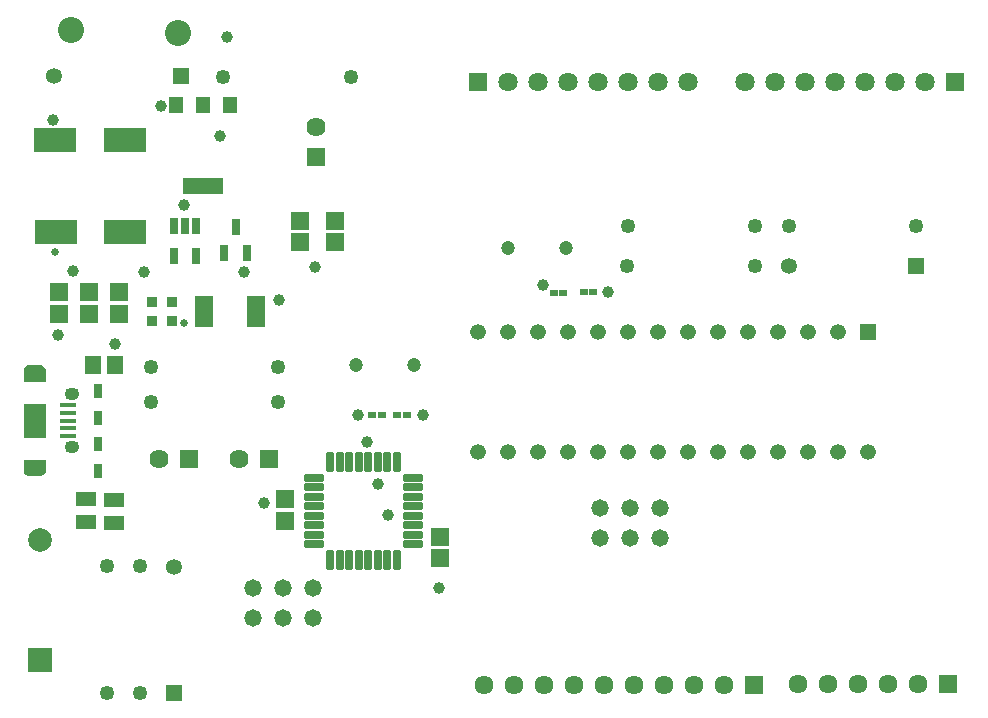
<source format=gts>
G04*
G04 #@! TF.GenerationSoftware,Altium Limited,Altium Designer,24.10.1 (45)*
G04*
G04 Layer_Color=8388736*
%FSLAX44Y44*%
%MOMM*%
G71*
G04*
G04 #@! TF.SameCoordinates,5747CF6B-E7E8-4C91-AA59-05DF990D4A04*
G04*
G04*
G04 #@! TF.FilePolarity,Negative*
G04*
G01*
G75*
%ADD20R,0.9121X0.8587*%
%ADD21R,0.6654X0.5725*%
%ADD26R,1.5562X1.5046*%
%ADD29R,1.4549X1.5562*%
%ADD30R,1.3500X0.4000*%
%ADD31R,1.9000X2.9000*%
%ADD35R,3.6532X2.0032*%
%ADD36R,3.4032X1.4532*%
%ADD37R,1.1532X1.4532*%
%ADD38R,0.8032X1.4032*%
%ADD39R,1.6532X1.1532*%
%ADD40R,0.7032X1.2782*%
%ADD41C,1.2600*%
%ADD42R,1.6032X0.6532*%
G04:AMPARAMS|DCode=43|XSize=0.7532mm|YSize=1.6732mm|CornerRadius=0.1704mm|HoleSize=0mm|Usage=FLASHONLY|Rotation=270.000|XOffset=0mm|YOffset=0mm|HoleType=Round|Shape=RoundedRectangle|*
%AMROUNDEDRECTD43*
21,1,0.7532,1.3325,0,0,270.0*
21,1,0.4125,1.6732,0,0,270.0*
1,1,0.3407,-0.6663,-0.2063*
1,1,0.3407,-0.6663,0.2063*
1,1,0.3407,0.6663,0.2063*
1,1,0.3407,0.6663,-0.2063*
%
%ADD43ROUNDEDRECTD43*%
G04:AMPARAMS|DCode=44|XSize=1.6732mm|YSize=0.7532mm|CornerRadius=0.1704mm|HoleSize=0mm|Usage=FLASHONLY|Rotation=270.000|XOffset=0mm|YOffset=0mm|HoleType=Round|Shape=RoundedRectangle|*
%AMROUNDEDRECTD44*
21,1,1.6732,0.4125,0,0,270.0*
21,1,1.3325,0.7532,0,0,270.0*
1,1,0.3407,-0.2063,-0.6663*
1,1,0.3407,-0.2063,0.6663*
1,1,0.3407,0.2063,0.6663*
1,1,0.3407,0.2063,-0.6663*
%
%ADD44ROUNDEDRECTD44*%
%ADD45C,1.6192*%
%ADD46R,1.6192X1.6192*%
%ADD47R,1.3532X1.3532*%
%ADD48C,1.3532*%
%ADD49C,1.2532*%
G04:AMPARAMS|DCode=50|XSize=1.05mm|YSize=1.25mm|CornerRadius=0.525mm|HoleSize=0mm|Usage=FLASHONLY|Rotation=270.000|XOffset=0mm|YOffset=0mm|HoleType=Round|Shape=RoundedRectangle|*
%AMROUNDEDRECTD50*
21,1,1.0500,0.2000,0,0,270.0*
21,1,0.0000,1.2500,0,0,270.0*
1,1,1.0500,-0.1000,0.0000*
1,1,1.0500,-0.1000,0.0000*
1,1,1.0500,0.1000,0.0000*
1,1,1.0500,0.1000,0.0000*
%
%ADD50ROUNDEDRECTD50*%
G04:AMPARAMS|DCode=51|XSize=0.825mm|YSize=1.5mm|CornerRadius=0.4125mm|HoleSize=0mm|Usage=FLASHONLY|Rotation=270.000|XOffset=0mm|YOffset=0mm|HoleType=Round|Shape=RoundedRectangle|*
%AMROUNDEDRECTD51*
21,1,0.8250,0.6750,0,0,270.0*
21,1,0.0000,1.5000,0,0,270.0*
1,1,0.8250,-0.3375,0.0000*
1,1,0.8250,-0.3375,0.0000*
1,1,0.8250,0.3375,0.0000*
1,1,0.8250,0.3375,0.0000*
%
%ADD51ROUNDEDRECTD51*%
%ADD52R,2.0032X2.0032*%
%ADD53C,2.0032*%
%ADD54R,1.3532X1.3532*%
%ADD55R,1.6192X1.6192*%
%ADD56C,1.2032*%
%ADD57R,1.3362X1.3362*%
%ADD58C,1.3362*%
%ADD59C,1.6112*%
%ADD60R,1.6112X1.6112*%
%ADD61C,1.6282*%
%ADD62R,1.6282X1.6282*%
%ADD63C,2.2032*%
%ADD64C,1.4732*%
%ADD65C,1.0032*%
%ADD66C,0.6532*%
G36*
X291000Y852500D02*
Y851505D01*
X290239Y849668D01*
X288832Y848261D01*
X286994Y847500D01*
X286000D01*
Y847500D01*
X277000Y847500D01*
X276005D01*
X274168Y848261D01*
X272761Y849668D01*
X272000Y851505D01*
Y852500D01*
Y861500D01*
X291000D01*
Y852500D01*
D02*
G37*
G36*
X286000Y941500D02*
X286994D01*
X288832Y940739D01*
X290239Y939332D01*
X291000Y937495D01*
Y936500D01*
Y927500D01*
X272000D01*
Y936500D01*
Y937495D01*
X272761Y939332D01*
X274168Y940739D01*
X276005Y941500D01*
X277000D01*
Y941500D01*
X286000Y941500D01*
D02*
G37*
D20*
X397400Y979333D02*
D03*
Y994867D02*
D03*
X380700D02*
D03*
Y979333D02*
D03*
D21*
X588264Y899300D02*
D03*
X596336D02*
D03*
X567364Y899400D02*
D03*
X575436D02*
D03*
X746164Y1003900D02*
D03*
X754236D02*
D03*
X720864Y1002700D02*
D03*
X728936D02*
D03*
D26*
X352500Y1003308D02*
D03*
Y985292D02*
D03*
X327150Y1003308D02*
D03*
Y985292D02*
D03*
X301800Y985292D02*
D03*
Y1003308D02*
D03*
X493800Y827908D02*
D03*
Y809892D02*
D03*
X536100Y1045592D02*
D03*
Y1063608D02*
D03*
X506500Y1045900D02*
D03*
Y1063916D02*
D03*
X625000Y796508D02*
D03*
Y778492D02*
D03*
D29*
X330587Y941600D02*
D03*
X349100D02*
D03*
D30*
X309500Y881500D02*
D03*
Y888000D02*
D03*
Y894500D02*
D03*
Y901000D02*
D03*
Y907500D02*
D03*
D31*
X281500Y894500D02*
D03*
D35*
X357600Y1132100D02*
D03*
X298600D02*
D03*
X299100Y1054700D02*
D03*
X358100D02*
D03*
D36*
X423900Y1093500D02*
D03*
D37*
X400900Y1161500D02*
D03*
X423900D02*
D03*
X446900D02*
D03*
D38*
X442100Y1036300D02*
D03*
X461100D02*
D03*
X451600Y1058300D02*
D03*
X418300Y1059100D02*
D03*
X408800D02*
D03*
X399300D02*
D03*
Y1034100D02*
D03*
X418300D02*
D03*
D39*
X324600Y808500D02*
D03*
Y828500D02*
D03*
X348700Y807600D02*
D03*
Y827600D02*
D03*
D40*
X335200Y875200D02*
D03*
Y852200D02*
D03*
Y896500D02*
D03*
Y919500D02*
D03*
D41*
X281500Y934500D02*
D03*
Y854500D02*
D03*
D42*
X424800Y997050D02*
D03*
Y990550D02*
D03*
Y984050D02*
D03*
Y977550D02*
D03*
X468800D02*
D03*
Y984050D02*
D03*
Y990550D02*
D03*
Y997050D02*
D03*
D43*
X518100Y846100D02*
D03*
Y838100D02*
D03*
Y830100D02*
D03*
Y822100D02*
D03*
Y814100D02*
D03*
Y806100D02*
D03*
Y798100D02*
D03*
Y790100D02*
D03*
X601500D02*
D03*
Y798100D02*
D03*
Y806100D02*
D03*
Y814100D02*
D03*
Y822100D02*
D03*
Y830100D02*
D03*
Y838100D02*
D03*
Y846100D02*
D03*
D44*
X587800Y859800D02*
D03*
X579800D02*
D03*
X571800D02*
D03*
X563800D02*
D03*
X555800D02*
D03*
X547800D02*
D03*
X539800D02*
D03*
X531800D02*
D03*
Y776400D02*
D03*
X539800D02*
D03*
X547800D02*
D03*
X555800D02*
D03*
X563800D02*
D03*
X571800D02*
D03*
X579800D02*
D03*
X587800D02*
D03*
D45*
X519300Y1143000D02*
D03*
X386700Y862000D02*
D03*
X454200D02*
D03*
D46*
X519300Y1117600D02*
D03*
D47*
X405130Y1186550D02*
D03*
X1027400Y1025150D02*
D03*
D48*
X298130Y1186550D02*
D03*
X399300Y771100D02*
D03*
X920400Y1025150D02*
D03*
D49*
X487800Y940100D02*
D03*
X379800D02*
D03*
X487800Y910500D02*
D03*
X379800D02*
D03*
X342900Y663600D02*
D03*
Y771600D02*
D03*
X370775D02*
D03*
Y663600D02*
D03*
X783000Y1025800D02*
D03*
X891000D02*
D03*
X783700Y1059700D02*
D03*
X891700D02*
D03*
X919900D02*
D03*
X1027900D02*
D03*
X441100Y1185900D02*
D03*
X549100D02*
D03*
D50*
X312750Y916750D02*
D03*
Y872250D02*
D03*
D51*
X281500Y935375D02*
D03*
Y853625D02*
D03*
D52*
X285600Y691900D02*
D03*
D53*
Y793900D02*
D03*
D54*
X399300Y664100D02*
D03*
D55*
X412100Y862000D02*
D03*
X479600D02*
D03*
D56*
X602600Y941600D02*
D03*
X553800D02*
D03*
X731300Y1041200D02*
D03*
X682500D02*
D03*
D57*
X987400Y969500D02*
D03*
D58*
X962000D02*
D03*
X936600D02*
D03*
X911200D02*
D03*
X885800D02*
D03*
X860400D02*
D03*
X835000D02*
D03*
X809600D02*
D03*
X784200D02*
D03*
X758800D02*
D03*
X733400D02*
D03*
X708000D02*
D03*
X682600D02*
D03*
X657200D02*
D03*
Y867900D02*
D03*
X682600D02*
D03*
X708000D02*
D03*
X733400D02*
D03*
X758800D02*
D03*
X784200D02*
D03*
X809600D02*
D03*
X835000D02*
D03*
X860400D02*
D03*
X885800D02*
D03*
X911200D02*
D03*
X936600D02*
D03*
X962000D02*
D03*
X987400D02*
D03*
D59*
X661500Y670600D02*
D03*
X686900D02*
D03*
X712300D02*
D03*
X737700D02*
D03*
X763100D02*
D03*
X788500D02*
D03*
X813900D02*
D03*
X839300D02*
D03*
X864700D02*
D03*
X928140Y671710D02*
D03*
X953540D02*
D03*
X978940D02*
D03*
X1004340D02*
D03*
X1029740D02*
D03*
D60*
X890100Y670600D02*
D03*
X1055140Y671710D02*
D03*
D61*
X882640Y1181720D02*
D03*
X908040D02*
D03*
X933440D02*
D03*
X958840D02*
D03*
X984240D02*
D03*
X1009640D02*
D03*
X1035040D02*
D03*
X834805D02*
D03*
X809405D02*
D03*
X784005D02*
D03*
X758605D02*
D03*
X733205D02*
D03*
X707805D02*
D03*
X682405D02*
D03*
D62*
X1060440D02*
D03*
X657005D02*
D03*
D63*
X312420Y1225550D02*
D03*
X402590Y1223010D02*
D03*
D64*
X759700Y795200D02*
D03*
Y820600D02*
D03*
X785100Y795200D02*
D03*
Y820600D02*
D03*
X810500Y795200D02*
D03*
Y820600D02*
D03*
X466500Y727200D02*
D03*
Y752600D02*
D03*
X491900Y727200D02*
D03*
Y752600D02*
D03*
X517300Y727200D02*
D03*
Y752600D02*
D03*
D65*
X488300Y996500D02*
D03*
X518400Y1024400D02*
D03*
X458300Y1020200D02*
D03*
X374400Y1020800D02*
D03*
X475500Y825200D02*
D03*
X438100Y1135900D02*
D03*
X444500Y1219700D02*
D03*
X563200Y876600D02*
D03*
X313800Y1021000D02*
D03*
X766800Y1003600D02*
D03*
X712000Y1009700D02*
D03*
X623800Y752700D02*
D03*
X580500Y814300D02*
D03*
X571900Y840600D02*
D03*
X610300Y899600D02*
D03*
X554900Y899200D02*
D03*
X349200Y959500D02*
D03*
X301500Y966700D02*
D03*
X408100Y1077200D02*
D03*
X388600Y1160800D02*
D03*
X296750Y1148750D02*
D03*
D66*
X299000Y1037300D02*
D03*
X408050Y977450D02*
D03*
M02*

</source>
